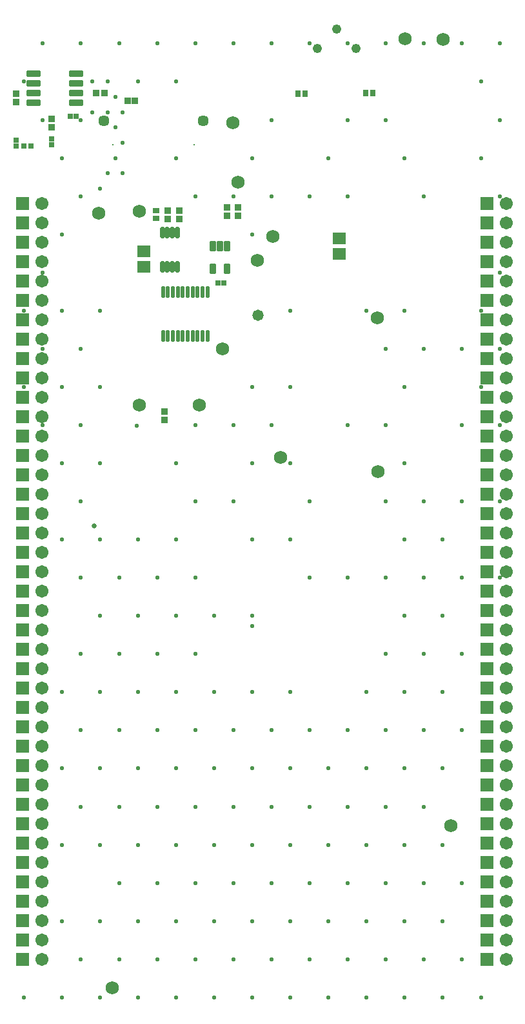
<source format=gbr>
%TF.GenerationSoftware,Altium Limited,Altium Designer,19.1.6 (110)*%
G04 Layer_Color=16711935*
%FSLAX26Y26*%
%MOIN*%
%TF.FileFunction,Soldermask,Bot*%
%TF.Part,Single*%
G01*
G75*
%TA.AperFunction,SMDPad,CuDef*%
%ADD55R,0.029654X0.033591*%
%ADD56R,0.037528X0.033591*%
%ADD57R,0.029654X0.029654*%
%ADD58R,0.035559X0.033591*%
%ADD59R,0.033591X0.029654*%
G04:AMPARAMS|DCode=60|XSize=33.591mil|YSize=55.244mil|CornerRadius=5.919mil|HoleSize=0mil|Usage=FLASHONLY|Rotation=180.000|XOffset=0mil|YOffset=0mil|HoleType=Round|Shape=RoundedRectangle|*
%AMROUNDEDRECTD60*
21,1,0.033591,0.043406,0,0,180.0*
21,1,0.021752,0.055244,0,0,180.0*
1,1,0.011839,-0.010876,0.021703*
1,1,0.011839,0.010876,0.021703*
1,1,0.011839,0.010876,-0.021703*
1,1,0.011839,-0.010876,-0.021703*
%
%ADD60ROUNDEDRECTD60*%
%ADD61O,0.027685X0.061150*%
%ADD62R,0.069024X0.061150*%
%ADD63R,0.028472X0.028472*%
%ADD64R,0.028472X0.028472*%
%ADD65R,0.033591X0.037528*%
%ADD66O,0.021779X0.063118*%
G04:AMPARAMS|DCode=67|XSize=33.591mil|YSize=72.961mil|CornerRadius=5.919mil|HoleSize=0mil|Usage=FLASHONLY|Rotation=270.000|XOffset=0mil|YOffset=0mil|HoleType=Round|Shape=RoundedRectangle|*
%AMROUNDEDRECTD67*
21,1,0.033591,0.061122,0,0,270.0*
21,1,0.021752,0.072961,0,0,270.0*
1,1,0.011839,-0.030561,-0.010876*
1,1,0.011839,-0.030561,0.010876*
1,1,0.011839,0.030561,0.010876*
1,1,0.011839,0.030561,-0.010876*
%
%ADD67ROUNDEDRECTD67*%
%TA.AperFunction,ComponentPad*%
%ADD68C,0.069024*%
%ADD69C,0.048000*%
%ADD70C,0.067055*%
%ADD71R,0.067055X0.067055*%
%ADD72C,0.057087*%
%ADD73C,0.008000*%
%TA.AperFunction,ViaPad*%
%ADD74C,0.023000*%
%ADD75C,0.025716*%
%ADD76C,0.058000*%
D55*
X1939685Y4820000D02*
D03*
X1900315D02*
D03*
X1589679Y4815999D02*
D03*
X1550309D02*
D03*
D56*
X860000Y3133346D02*
D03*
Y3176653D02*
D03*
X879174Y4211654D02*
D03*
Y4168346D02*
D03*
X939174D02*
D03*
Y4211654D02*
D03*
X95000Y4773346D02*
D03*
Y4816654D02*
D03*
X1241000Y4229654D02*
D03*
Y4186346D02*
D03*
X278000Y4641346D02*
D03*
Y4684654D02*
D03*
X1185000Y4186346D02*
D03*
Y4229654D02*
D03*
D57*
X170716Y4544000D02*
D03*
X135283D02*
D03*
D58*
X708701Y4780000D02*
D03*
X671299D02*
D03*
D59*
X819173Y4171315D02*
D03*
Y4210685D02*
D03*
D60*
X1111458Y4028072D02*
D03*
X1148858D02*
D03*
X1186260D02*
D03*
Y3911930D02*
D03*
X1111458D02*
D03*
D61*
X927560Y3922402D02*
D03*
X901968D02*
D03*
X876378D02*
D03*
X850788D02*
D03*
X927560Y4097598D02*
D03*
X901968D02*
D03*
X876378D02*
D03*
X850788D02*
D03*
D62*
X1765000Y3989630D02*
D03*
Y4068370D02*
D03*
X755174Y4000370D02*
D03*
Y3921630D02*
D03*
D63*
X405748Y4700000D02*
D03*
X374252D02*
D03*
X1168748Y3838000D02*
D03*
X1137252D02*
D03*
D64*
X95000Y4544252D02*
D03*
Y4575748D02*
D03*
X278000Y4582748D02*
D03*
Y4551252D02*
D03*
D65*
X551654Y4820000D02*
D03*
X508346D02*
D03*
D66*
X854016Y3791190D02*
D03*
X879606D02*
D03*
X905198D02*
D03*
X930788D02*
D03*
X956378D02*
D03*
X981968D02*
D03*
X1007560D02*
D03*
X1033150D02*
D03*
X1058740D02*
D03*
X1084332D02*
D03*
X854016Y3564812D02*
D03*
X879606D02*
D03*
X905198D02*
D03*
X930788D02*
D03*
X956378D02*
D03*
X981968D02*
D03*
X1007560D02*
D03*
X1033150D02*
D03*
X1058740D02*
D03*
X1084332D02*
D03*
D67*
X183780Y4770000D02*
D03*
Y4820000D02*
D03*
Y4870000D02*
D03*
Y4920000D02*
D03*
X406220Y4770000D02*
D03*
Y4820000D02*
D03*
Y4870000D02*
D03*
Y4920000D02*
D03*
D68*
X593000Y203000D02*
D03*
X2300000Y5095000D02*
D03*
X2340000Y1040000D02*
D03*
X1240000Y4360000D02*
D03*
X520000Y4200000D02*
D03*
X730000Y4210000D02*
D03*
X1215000Y4665000D02*
D03*
X1340000Y3955000D02*
D03*
X1960000Y3660000D02*
D03*
X1160000Y3500000D02*
D03*
X1460000Y2940000D02*
D03*
X1965000Y2865000D02*
D03*
X730000Y3210000D02*
D03*
X1040000D02*
D03*
X1420000Y4080000D02*
D03*
X2105000Y5100000D02*
D03*
D69*
X1650000Y5050000D02*
D03*
X1850000D02*
D03*
X1750000Y5150000D02*
D03*
D70*
X2627796Y348972D02*
D03*
Y448972D02*
D03*
Y548972D02*
D03*
Y648972D02*
D03*
Y748972D02*
D03*
Y848972D02*
D03*
Y948972D02*
D03*
Y1048972D02*
D03*
Y1148972D02*
D03*
Y1248972D02*
D03*
Y1348972D02*
D03*
Y1448972D02*
D03*
Y1548972D02*
D03*
Y1648972D02*
D03*
Y1748972D02*
D03*
Y1848972D02*
D03*
Y1948972D02*
D03*
Y2048972D02*
D03*
Y2148972D02*
D03*
Y2248972D02*
D03*
Y2348972D02*
D03*
Y2448972D02*
D03*
Y2548972D02*
D03*
Y2648972D02*
D03*
Y2748972D02*
D03*
Y2848972D02*
D03*
Y2948972D02*
D03*
Y3048972D02*
D03*
Y3148972D02*
D03*
Y3248972D02*
D03*
Y3348972D02*
D03*
Y3448972D02*
D03*
Y3548972D02*
D03*
Y3648972D02*
D03*
Y3748972D02*
D03*
Y3848972D02*
D03*
Y3948972D02*
D03*
Y4048972D02*
D03*
Y4148972D02*
D03*
Y4248972D02*
D03*
X227796Y349956D02*
D03*
Y449956D02*
D03*
Y549956D02*
D03*
Y649956D02*
D03*
Y749956D02*
D03*
Y849956D02*
D03*
Y949956D02*
D03*
Y1049956D02*
D03*
Y1149956D02*
D03*
Y1249956D02*
D03*
Y1349956D02*
D03*
Y1449956D02*
D03*
Y1549956D02*
D03*
Y1649956D02*
D03*
Y1749956D02*
D03*
Y1849956D02*
D03*
Y1949956D02*
D03*
Y2049956D02*
D03*
Y2149956D02*
D03*
Y2249956D02*
D03*
Y2349956D02*
D03*
Y2449956D02*
D03*
Y2549956D02*
D03*
Y2649956D02*
D03*
Y2749956D02*
D03*
Y2849956D02*
D03*
Y2949956D02*
D03*
Y3049956D02*
D03*
Y3149956D02*
D03*
Y3249956D02*
D03*
Y3349956D02*
D03*
Y3449956D02*
D03*
Y3549956D02*
D03*
Y3649956D02*
D03*
Y3749956D02*
D03*
Y3849956D02*
D03*
Y3949956D02*
D03*
Y4049956D02*
D03*
Y4149956D02*
D03*
Y4249956D02*
D03*
D71*
X2527796Y348972D02*
D03*
Y448972D02*
D03*
Y548972D02*
D03*
Y648972D02*
D03*
Y748972D02*
D03*
Y848972D02*
D03*
Y948972D02*
D03*
Y1048972D02*
D03*
Y1148972D02*
D03*
Y1248972D02*
D03*
Y1348972D02*
D03*
Y1448972D02*
D03*
Y1548972D02*
D03*
Y1648972D02*
D03*
Y1748972D02*
D03*
Y1848972D02*
D03*
Y1948972D02*
D03*
Y2048972D02*
D03*
Y2148972D02*
D03*
Y2248972D02*
D03*
Y2348972D02*
D03*
Y2448972D02*
D03*
Y2548972D02*
D03*
Y2648972D02*
D03*
Y2748972D02*
D03*
Y2848972D02*
D03*
Y2948972D02*
D03*
Y3048972D02*
D03*
Y3148972D02*
D03*
Y3248972D02*
D03*
Y3348972D02*
D03*
Y3448972D02*
D03*
Y3548972D02*
D03*
Y3648972D02*
D03*
Y3748972D02*
D03*
Y3848972D02*
D03*
Y3948972D02*
D03*
Y4048972D02*
D03*
Y4148972D02*
D03*
Y4248972D02*
D03*
X127796Y349956D02*
D03*
Y449956D02*
D03*
Y549956D02*
D03*
Y649956D02*
D03*
Y749956D02*
D03*
Y849956D02*
D03*
Y949956D02*
D03*
Y1049956D02*
D03*
Y1149956D02*
D03*
Y1249956D02*
D03*
Y1349956D02*
D03*
Y1449956D02*
D03*
Y1549956D02*
D03*
Y1649956D02*
D03*
Y1749956D02*
D03*
Y1849956D02*
D03*
Y1949956D02*
D03*
Y2049956D02*
D03*
Y2149956D02*
D03*
Y2249956D02*
D03*
Y2349956D02*
D03*
Y2449956D02*
D03*
Y2549956D02*
D03*
Y2649956D02*
D03*
Y2749956D02*
D03*
Y2849956D02*
D03*
Y2949956D02*
D03*
Y3049956D02*
D03*
Y3149956D02*
D03*
Y3249956D02*
D03*
Y3349956D02*
D03*
Y3449956D02*
D03*
Y3549956D02*
D03*
Y3649956D02*
D03*
Y3749956D02*
D03*
Y3849956D02*
D03*
Y3949956D02*
D03*
Y4049956D02*
D03*
Y4149956D02*
D03*
Y4249956D02*
D03*
D72*
X1062165Y4673740D02*
D03*
X547992D02*
D03*
D73*
X1015709Y4551693D02*
D03*
X594449D02*
D03*
D74*
X718931Y3100484D02*
D03*
X1315000Y2070000D02*
D03*
X2595159Y5073839D02*
D03*
X2496734Y4876988D02*
D03*
X2595159Y4680138D02*
D03*
X2496734Y4483288D02*
D03*
X2595159Y4286437D02*
D03*
Y3892736D02*
D03*
X2496734Y3695886D02*
D03*
X2595159Y3499035D02*
D03*
X2496734Y3302185D02*
D03*
X2595159Y3105335D02*
D03*
Y2711634D02*
D03*
Y2317933D02*
D03*
X2496734Y152579D02*
D03*
X2398309Y5073839D02*
D03*
Y3499035D02*
D03*
Y3105335D02*
D03*
Y2711634D02*
D03*
X2299884Y2514784D02*
D03*
X2398309Y2317933D02*
D03*
X2299884Y2121083D02*
D03*
X2398309Y1924232D02*
D03*
X2299884Y1727382D02*
D03*
X2398309Y1530532D02*
D03*
X2299884Y1333681D02*
D03*
Y939980D02*
D03*
X2398309Y743130D02*
D03*
X2299884Y546279D02*
D03*
X2398309Y349429D02*
D03*
X2299884Y152579D02*
D03*
X2201458Y5073839D02*
D03*
X2103033Y4483288D02*
D03*
X2201458Y4286437D02*
D03*
X2103033Y3695886D02*
D03*
X2201458Y3499035D02*
D03*
X2103033Y3302185D02*
D03*
Y2908484D02*
D03*
X2201458Y2711634D02*
D03*
X2103033Y2514784D02*
D03*
X2201458Y2317933D02*
D03*
X2103033Y2121083D02*
D03*
X2201458Y1924232D02*
D03*
X2103033Y1727382D02*
D03*
X2201458Y1530532D02*
D03*
X2103033Y1333681D02*
D03*
X2201458Y1136831D02*
D03*
X2103033Y939980D02*
D03*
X2201458Y743130D02*
D03*
X2103033Y546279D02*
D03*
X2201458Y349429D02*
D03*
X2103033Y152579D02*
D03*
X2004608Y5073839D02*
D03*
Y4680138D02*
D03*
X1906183Y3695886D02*
D03*
X2004608Y3499035D02*
D03*
Y3105335D02*
D03*
Y2711634D02*
D03*
Y2317933D02*
D03*
Y1924232D02*
D03*
X1906183Y1727382D02*
D03*
X2004608Y1530532D02*
D03*
X1906183Y1333681D02*
D03*
X2004608Y1136831D02*
D03*
X1906183Y939980D02*
D03*
X2004608Y743130D02*
D03*
X1906183Y546279D02*
D03*
X2004608Y349429D02*
D03*
X1906183Y152579D02*
D03*
X1807758Y5073839D02*
D03*
Y4680138D02*
D03*
X1709332Y4483288D02*
D03*
X1807758Y4286437D02*
D03*
Y1530532D02*
D03*
X1709332Y1333681D02*
D03*
X1807758Y1136831D02*
D03*
X1709332Y939980D02*
D03*
X1807758Y743130D02*
D03*
X1709332Y546279D02*
D03*
X1807758Y349429D02*
D03*
X1709332Y152579D02*
D03*
X1610907Y5073839D02*
D03*
Y4286437D02*
D03*
X1512482Y3695886D02*
D03*
Y1727382D02*
D03*
X1610907Y1530532D02*
D03*
X1512482Y1333681D02*
D03*
X1610907Y1136831D02*
D03*
X1512482Y939980D02*
D03*
X1610907Y743130D02*
D03*
X1512482Y546279D02*
D03*
X1610907Y349429D02*
D03*
X1512482Y152579D02*
D03*
X1414057Y5073839D02*
D03*
Y4680138D02*
D03*
X1315632Y4483288D02*
D03*
X1414057Y4286437D02*
D03*
X1315632Y4089587D02*
D03*
X1414057Y1530532D02*
D03*
X1315632Y1333681D02*
D03*
X1414057Y1136831D02*
D03*
X1315632Y939980D02*
D03*
X1414057Y743130D02*
D03*
X1315632Y546279D02*
D03*
X1414057Y349429D02*
D03*
X1315632Y152579D02*
D03*
X1217206Y5073839D02*
D03*
Y4286437D02*
D03*
Y1530532D02*
D03*
X1118781Y1333681D02*
D03*
X1217206Y1136831D02*
D03*
X1118781Y939980D02*
D03*
X1217206Y743130D02*
D03*
X1118781Y546279D02*
D03*
X1217206Y349429D02*
D03*
X1118781Y152579D02*
D03*
X1020356Y5073839D02*
D03*
X921931Y4876988D02*
D03*
Y4483288D02*
D03*
X1020356Y4286437D02*
D03*
Y1530532D02*
D03*
X921931Y1333681D02*
D03*
X1020356Y1136831D02*
D03*
X921931Y939980D02*
D03*
X1020356Y743130D02*
D03*
X921931Y546279D02*
D03*
X1020356Y349429D02*
D03*
X921931Y152579D02*
D03*
X823506Y5073839D02*
D03*
X725080Y4876988D02*
D03*
X823506Y1530532D02*
D03*
X725080Y1333681D02*
D03*
X823506Y1136831D02*
D03*
X725080Y939980D02*
D03*
X823506Y743130D02*
D03*
X725080Y546279D02*
D03*
X823506Y349429D02*
D03*
X725080Y152579D02*
D03*
X626655Y5073839D02*
D03*
X528230Y3695886D02*
D03*
X626655Y1530532D02*
D03*
X528230Y1333681D02*
D03*
X626655Y1136831D02*
D03*
X528230Y939980D02*
D03*
X626655Y743130D02*
D03*
X528230Y546279D02*
D03*
X626655Y349429D02*
D03*
X528230Y152579D02*
D03*
X429805Y5073839D02*
D03*
Y4680138D02*
D03*
X331380Y4483288D02*
D03*
X429805Y4286437D02*
D03*
X331380Y4089587D02*
D03*
Y3695886D02*
D03*
X429805Y3499035D02*
D03*
X331380Y3302185D02*
D03*
X429805Y3105335D02*
D03*
X331380Y2908484D02*
D03*
X429805Y2711634D02*
D03*
X331380Y2514784D02*
D03*
X429805Y2317933D02*
D03*
Y1924232D02*
D03*
X331380Y1727382D02*
D03*
X429805Y1530532D02*
D03*
X331380Y1333681D02*
D03*
X429805Y1136831D02*
D03*
X331380Y939980D02*
D03*
Y546279D02*
D03*
X429805Y349429D02*
D03*
X331380Y152579D02*
D03*
X232954Y5073839D02*
D03*
X134529Y4876988D02*
D03*
X232954Y4680138D02*
D03*
Y3892736D02*
D03*
X134529Y3695886D02*
D03*
X232954Y3499035D02*
D03*
X134529Y3302185D02*
D03*
X232954Y3105335D02*
D03*
X134529Y152579D02*
D03*
X1807758Y3105335D02*
D03*
Y2317933D02*
D03*
X1512482Y3302185D02*
D03*
Y2908484D02*
D03*
X1610907Y2711634D02*
D03*
X1512482Y2514784D02*
D03*
X1610907Y2317933D02*
D03*
X1315632Y3302185D02*
D03*
X1414057Y3105335D02*
D03*
X1315632Y2908484D02*
D03*
Y2514784D02*
D03*
Y2121083D02*
D03*
Y1727382D02*
D03*
X1217206Y3105335D02*
D03*
Y2711634D02*
D03*
X1118781Y2121083D02*
D03*
Y1727382D02*
D03*
X1020356Y3105335D02*
D03*
X921931Y2908484D02*
D03*
X1020356Y2711634D02*
D03*
X921931Y2514784D02*
D03*
X1020356Y2317933D02*
D03*
X921931Y2121083D02*
D03*
X1020356Y1924232D02*
D03*
X921931Y1727382D02*
D03*
X725080Y2514784D02*
D03*
X823506Y2317933D02*
D03*
X725080Y2121083D02*
D03*
X823506Y1924232D02*
D03*
X725080Y1727382D02*
D03*
X528230Y3302185D02*
D03*
Y2908484D02*
D03*
Y2514784D02*
D03*
X626655Y2317933D02*
D03*
X528230Y2121083D02*
D03*
X626655Y1924232D02*
D03*
X528230Y1727382D02*
D03*
X606996Y4798269D02*
D03*
X646366Y4719529D02*
D03*
X606996Y4640788D02*
D03*
X646366Y4562048D02*
D03*
X606996Y4483308D02*
D03*
X646366Y4404568D02*
D03*
X567626Y4877009D02*
D03*
Y4719529D02*
D03*
Y4404568D02*
D03*
X528256Y4325828D02*
D03*
X488885Y4877009D02*
D03*
Y4719529D02*
D03*
D75*
X498278Y2586806D02*
D03*
D76*
X1344000Y3673000D02*
D03*
%TF.MD5,1fc348f990158528f20fa7b981e29ab8*%
M02*

</source>
